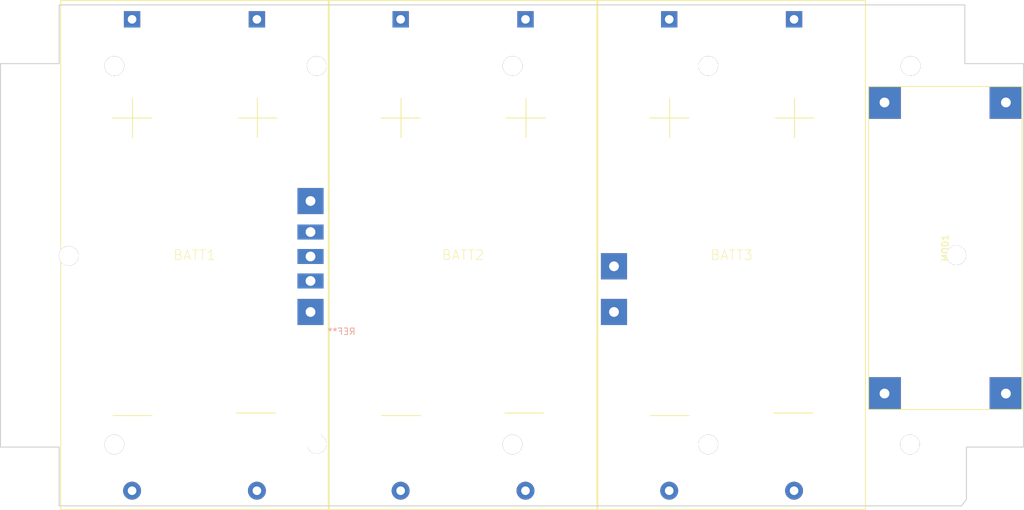
<source format=kicad_pcb>
(kicad_pcb (version 20171130) (host pcbnew "(5.0.2)-1")

  (general
    (thickness 1.6)
    (drawings 68)
    (tracks 0)
    (zones 0)
    (modules 17)
    (nets 9)
  )

  (page A4)
  (title_block
    (title CotsBatt)
    (date 2019-03-14)
    (rev V1)
    (company "Roman Dasovic")
  )

  (layers
    (0 F.Cu signal)
    (31 B.Cu signal)
    (32 B.Adhes user)
    (33 F.Adhes user)
    (34 B.Paste user)
    (35 F.Paste user)
    (36 B.SilkS user hide)
    (37 F.SilkS user hide)
    (38 B.Mask user)
    (39 F.Mask user)
    (40 Dwgs.User user)
    (41 Cmts.User user)
    (42 Eco1.User user)
    (43 Eco2.User user)
    (44 Edge.Cuts user)
    (45 Margin user hide)
    (46 B.CrtYd user hide)
    (47 F.CrtYd user hide)
    (48 B.Fab user)
    (49 F.Fab user)
  )

  (setup
    (last_trace_width 0.1524)
    (user_trace_width 0.1524)
    (user_trace_width 0.2032)
    (user_trace_width 0.254)
    (user_trace_width 0.381)
    (user_trace_width 0.508)
    (user_trace_width 0.762)
    (user_trace_width 1.143)
    (user_trace_width 1.651)
    (trace_clearance 0.1524)
    (zone_clearance 0.2032)
    (zone_45_only no)
    (trace_min 0.1524)
    (segment_width 0.2)
    (edge_width 0.15)
    (via_size 0.635)
    (via_drill 0.3048)
    (via_min_size 0.5588)
    (via_min_drill 0.3048)
    (user_via 0.5588 0.3048)
    (user_via 0.889 0.4572)
    (uvia_size 0.635)
    (uvia_drill 0.3048)
    (uvias_allowed no)
    (uvia_min_size 0.2)
    (uvia_min_drill 0.1)
    (pcb_text_width 0.3)
    (pcb_text_size 1.5 1.5)
    (mod_edge_width 0.15)
    (mod_text_size 1 1)
    (mod_text_width 0.15)
    (pad_size 2.2 1.6)
    (pad_drill 1)
    (pad_to_mask_clearance 0)
    (solder_mask_min_width 0.1016)
    (aux_axis_origin 0 0)
    (visible_elements 7FFFF77F)
    (pcbplotparams
      (layerselection 0x310f0_ffffffff)
      (usegerberextensions true)
      (usegerberattributes false)
      (usegerberadvancedattributes false)
      (creategerberjobfile false)
      (excludeedgelayer true)
      (linewidth 0.150000)
      (plotframeref false)
      (viasonmask false)
      (mode 1)
      (useauxorigin false)
      (hpglpennumber 1)
      (hpglpenspeed 20)
      (hpglpendiameter 15.000000)
      (psnegative false)
      (psa4output false)
      (plotreference true)
      (plotvalue true)
      (plotinvisibletext false)
      (padsonsilk false)
      (subtractmaskfromsilk false)
      (outputformat 4)
      (mirror false)
      (drillshape 0)
      (scaleselection 1)
      (outputdirectory "PrintTest14Mar2019"))
  )

  (net 0 "")
  (net 1 GND1)
  (net 2 "Net-(MOD1-Pad3)")
  (net 3 "Net-(MOD1-Pad2)")
  (net 4 "Net-(MOD1-Pad1)")
  (net 5 "Net-(MOD1-Pad4)")
  (net 6 "Net-(BATT1-Pad1)")
  (net 7 "Net-(BATT1-Pad2)")
  (net 8 "Net-(BATT2-Pad2)")

  (net_class Default "This is the default net class."
    (clearance 0.1524)
    (trace_width 0.1524)
    (via_dia 0.635)
    (via_drill 0.3048)
    (uvia_dia 0.635)
    (uvia_drill 0.3048)
    (diff_pair_gap 0.2032)
    (diff_pair_width 0.1524)
    (add_net GND1)
    (add_net "Net-(BATT1-Pad1)")
    (add_net "Net-(BATT1-Pad2)")
    (add_net "Net-(BATT2-Pad2)")
    (add_net "Net-(MOD1-Pad1)")
    (add_net "Net-(MOD1-Pad2)")
    (add_net "Net-(MOD1-Pad3)")
    (add_net "Net-(MOD1-Pad4)")
  )

  (module Modulez:Module_AliExpress_LM2596HVS (layer F.Cu) (tedit 5C8AE196) (tstamp 5C8B16FC)
    (at 194 102.5 270)
    (path /5C8C07EE)
    (fp_text reference MOD1 (at 0 0 270) (layer F.SilkS)
      (effects (font (size 1 1) (thickness 0.15)))
    )
    (fp_text value Module_AliExpress_LM2596HVS (at 0 -0.5 270) (layer F.Fab) hide
      (effects (font (size 0.3 0.3) (thickness 0.075)))
    )
    (fp_line (start -24.75 11.75) (end 24.75 11.75) (layer F.Fab) (width 0.15))
    (fp_text user %R (at 0 0 270) (layer F.Fab)
      (effects (font (size 1 1) (thickness 0.15)))
    )
    (fp_line (start -24.75 -11.75) (end 24.75 -11.75) (layer F.Fab) (width 0.15))
    (fp_line (start 24.75 -11.75) (end 24.75 11.75) (layer F.Fab) (width 0.15))
    (fp_line (start -24.75 -11.75) (end -24.75 11.75) (layer F.Fab) (width 0.15))
    (fp_line (start -24.75 11.75) (end 24.75 11.75) (layer F.SilkS) (width 0.15))
    (fp_line (start -24.75 -11.75) (end -24.75 11.75) (layer F.SilkS) (width 0.15))
    (fp_line (start -24.75 -11.75) (end 24.75 -11.75) (layer F.SilkS) (width 0.15))
    (fp_line (start 24.75 -11.75) (end 24.75 11.75) (layer F.SilkS) (width 0.15))
    (fp_line (start 6.4 -6.6) (end 19.4 -6.6) (layer F.Fab) (width 0.15))
    (fp_line (start 6.4 -9.6) (end 19.4 -9.6) (layer F.Fab) (width 0.15))
    (fp_line (start 6.4 -6.6) (end 6.4 -9.6) (layer F.Fab) (width 0.15))
    (fp_line (start 19.4 -9.6) (end 19.4 -6.6) (layer F.Fab) (width 0.15))
    (fp_line (start 8.4 -6.6) (end 11.4 -9.6) (layer F.Fab) (width 0.15))
    (fp_line (start 10.4 -6.6) (end 13.4 -9.6) (layer F.Fab) (width 0.15))
    (fp_line (start 15.4 -9.6) (end 12.4 -6.6) (layer F.Fab) (width 0.15))
    (fp_line (start 17.4 -9.6) (end 14.4 -6.6) (layer F.Fab) (width 0.15))
    (fp_line (start 14.4 -6.6) (end 16.4 -6.6) (layer F.Fab) (width 0.15))
    (fp_line (start 16.4 -6.6) (end 19.4 -9.6) (layer F.Fab) (width 0.15))
    (fp_line (start 18.4 -6.6) (end 19.4 -7.6) (layer F.Fab) (width 0.15))
    (fp_line (start 6.4 -6.6) (end 9.4 -9.6) (layer F.Fab) (width 0.15))
    (fp_line (start 6.4 -8.6) (end 7.4 -9.6) (layer F.Fab) (width 0.15))
    (fp_line (start -14.2 -6.6) (end -1.2 -6.6) (layer F.Fab) (width 0.15))
    (fp_line (start -14.2 -9.6) (end -1.2 -9.6) (layer F.Fab) (width 0.15))
    (fp_line (start -14.2 -6.6) (end -14.2 -9.6) (layer F.Fab) (width 0.15))
    (fp_line (start -1.2 -9.6) (end -1.2 -6.6) (layer F.Fab) (width 0.15))
    (fp_line (start -12.2 -6.6) (end -9.2 -9.6) (layer F.Fab) (width 0.15))
    (fp_line (start -14.2 -8.6) (end -13.2 -9.6) (layer F.Fab) (width 0.15))
    (fp_line (start -3.2 -9.6) (end -6.2 -6.6) (layer F.Fab) (width 0.15))
    (fp_line (start -5.2 -9.6) (end -8.2 -6.6) (layer F.Fab) (width 0.15))
    (fp_line (start -6.2 -6.6) (end -4.2 -6.6) (layer F.Fab) (width 0.15))
    (fp_line (start -10.2 -6.6) (end -7.2 -9.6) (layer F.Fab) (width 0.15))
    (fp_line (start -4.2 -6.6) (end -1.2 -9.6) (layer F.Fab) (width 0.15))
    (fp_line (start -2.2 -6.6) (end -1.2 -7.6) (layer F.Fab) (width 0.15))
    (fp_line (start -14.2 -6.6) (end -11.2 -9.6) (layer F.Fab) (width 0.15))
    (fp_line (start 23.5 5.5) (end 21 5.5) (layer F.Fab) (width 0.15))
    (fp_line (start 21 5.5) (end 21 -1) (layer F.Fab) (width 0.15))
    (fp_line (start 21 -1) (end 23.5 -1) (layer F.Fab) (width 0.15))
    (fp_line (start 23.5 -1) (end 23.5 5.5) (layer F.Fab) (width 0.15))
    (fp_line (start 22.5 5.5) (end 23.5 4.5) (layer F.Fab) (width 0.15))
    (fp_line (start 21 5.5) (end 23.5 3) (layer F.Fab) (width 0.15))
    (fp_line (start 23.5 3) (end 23.5 1.5) (layer F.Fab) (width 0.15))
    (fp_line (start 23.5 1.5) (end 21 4) (layer F.Fab) (width 0.15))
    (fp_line (start 21 4) (end 21 2.5) (layer F.Fab) (width 0.15))
    (fp_line (start 21 2.5) (end 23.5 0) (layer F.Fab) (width 0.15))
    (fp_line (start 23 -1) (end 21 1) (layer F.Fab) (width 0.15))
    (fp_line (start 21 -0.5) (end 21.5 -1) (layer F.Fab) (width 0.15))
    (fp_line (start -4.5 -5) (end -4.5 2.5) (layer F.Fab) (width 0.15))
    (fp_line (start -4.5 2.5) (end -4.5 3) (layer F.Fab) (width 0.15))
    (fp_line (start -4.5 3) (end -12.5 3) (layer F.Fab) (width 0.15))
    (fp_line (start -12.5 3) (end -12.5 -5) (layer F.Fab) (width 0.15))
    (fp_line (start -12.5 -5) (end -4.5 -5) (layer F.Fab) (width 0.15))
    (fp_text user THERM (at -8.5 -1 315) (layer F.Fab)
      (effects (font (size 1 1) (thickness 0.15)))
    )
    (pad 3 thru_hole rect (at 22.3 9.3 270) (size 5 5) (drill 1.5) (layers *.Cu *.Mask)
      (net 2 "Net-(MOD1-Pad3)"))
    (pad 2 thru_hole rect (at -22.3 9.3 270) (size 5 5) (drill 1.5) (layers *.Cu *.Mask)
      (net 3 "Net-(MOD1-Pad2)"))
    (pad 1 thru_hole rect (at -22.3 -9.3 270) (size 5 5) (drill 1.5) (layers *.Cu *.Mask)
      (net 4 "Net-(MOD1-Pad1)"))
    (pad 4 thru_hole rect (at 22.3 -9.3 270) (size 5 5) (drill 1.5) (layers *.Cu *.Mask)
      (net 5 "Net-(MOD1-Pad4)"))
  )

  (module Modulez:Module_BMS_Balancing_3s_AliExpress_BMS-3S0404LI502 (layer B.Cu) (tedit 5C8AE8FA) (tstamp 5C8B2086)
    (at 120 103.8)
    (fp_text reference REF** (at -18.5 11.5) (layer B.SilkS)
      (effects (font (size 1 1) (thickness 0.15)) (justify mirror))
    )
    (fp_text value Module_BMS_Balancing_3s_AliExpress_BMS-3S0404LI502 (at 0 0.5) (layer B.Fab) hide
      (effects (font (size 0.3 0.3) (thickness 0.075)) (justify mirror))
    )
    (fp_line (start 3 -10.5) (end 5.5 -8) (layer B.Fab) (width 0.15))
    (fp_line (start 5.5 -5) (end 0 -10.5) (layer B.Fab) (width 0.15))
    (fp_line (start -3 -10.5) (end 5.5 -2) (layer B.Fab) (width 0.15))
    (fp_line (start -4.5 -9) (end 4 -0.5) (layer B.Fab) (width 0.15))
    (fp_line (start -4.5 -6) (end 1 -0.5) (layer B.Fab) (width 0.15))
    (fp_line (start -4.5 -5.5) (end -4.5 -6) (layer B.Fab) (width 0.15))
    (fp_line (start -2 -0.5) (end 1 -0.5) (layer B.Fab) (width 0.15))
    (fp_line (start -4.5 -3) (end -2 -0.5) (layer B.Fab) (width 0.15))
    (fp_line (start -4.5 -0.5) (end 5.5 -0.5) (layer B.Fab) (width 0.15))
    (fp_line (start -4.5 -0.5) (end -4.5 -10.5) (layer B.Fab) (width 0.15))
    (fp_line (start 5.5 -0.5) (end 5.5 -10.5) (layer B.Fab) (width 0.15))
    (fp_text user %R (at 0 0.5) (layer B.Fab)
      (effects (font (size 1 1) (thickness 0.15)) (justify mirror))
    )
    (fp_line (start -25.5 10.5) (end 25.5 10.5) (layer B.Fab) (width 0.15))
    (fp_line (start -25.5 -10.5) (end 25.5 -10.5) (layer B.Fab) (width 0.15))
    (fp_line (start -25.5 10.5) (end -25.5 -10.5) (layer B.Fab) (width 0.15))
    (fp_line (start 25.5 10.5) (end 25.5 -10.5) (layer B.Fab) (width 0.15))
    (pad 6 thru_hole rect (at 23.25 1.5) (size 4 4) (drill 1.5) (layers *.Cu *.Mask))
    (pad 7 thru_hole rect (at 23.25 8.5) (size 4 4) (drill 1.5) (layers *.Cu *.Mask))
    (pad 4 thru_hole rect (at -23.25 -3.75) (size 4 2.3) (drill 1.5) (layers *.Cu *.Mask))
    (pad 3 thru_hole rect (at -23.25 0) (size 4 2.3) (drill 1.5) (layers *.Cu *.Mask))
    (pad 2 thru_hole rect (at -23.25 3.75) (size 4 2.3) (drill 1.5) (layers *.Cu *.Mask))
    (pad 5 thru_hole rect (at -23.25 -8.5) (size 4 4) (drill 1.5) (layers *.Cu *.Mask))
    (pad 1 thru_hole rect (at -23.25 8.5) (size 4 4) (drill 1.5) (layers *.Cu *.Mask))
  )

  (module NPTH_3mm (layer F.Cu) (tedit 5C8AEE47) (tstamp 5C8B65B3)
    (at 59.7 103.7)
    (path /5C8C66A0)
    (fp_text reference P1 (at 0 0) (layer F.SilkS) hide
      (effects (font (size 0.127 0.127) (thickness 0.03175)))
    )
    (fp_text value PAD (at 0 0) (layer F.Fab) hide
      (effects (font (size 0.127 0.127) (thickness 0.03175)))
    )
    (pad "" thru_hole circle (at 0 0) (size 3 3) (drill 3) (layers *.Cu *.Mask))
  )

  (module NPTH_3mm (layer F.Cu) (tedit 5C8AEE47) (tstamp 5C8B6518)
    (at 66.7 74.6)
    (path /5C8C5846)
    (fp_text reference P2 (at 0 0) (layer F.SilkS) hide
      (effects (font (size 0.127 0.127) (thickness 0.03175)))
    )
    (fp_text value PAD (at 0 0) (layer F.Fab) hide
      (effects (font (size 0.127 0.127) (thickness 0.03175)))
    )
    (pad "" thru_hole circle (at 0 0) (size 3 3) (drill 3) (layers *.Cu *.Mask))
  )

  (module NPTH_3mm (layer F.Cu) (tedit 5C8AEE47) (tstamp 5C8B651D)
    (at 66.7 132.6)
    (path /5C8C5856)
    (fp_text reference P3 (at 0 0) (layer F.SilkS) hide
      (effects (font (size 0.127 0.127) (thickness 0.03175)))
    )
    (fp_text value PAD (at 0 0) (layer F.Fab) hide
      (effects (font (size 0.127 0.127) (thickness 0.03175)))
    )
    (pad "" thru_hole circle (at 0 0) (size 3 3) (drill 3) (layers *.Cu *.Mask))
  )

  (module NPTH_3mm (layer F.Cu) (tedit 5C8AEE47) (tstamp 5C8B6522)
    (at 97.7 74.6)
    (path /5C8C584E)
    (fp_text reference P4 (at 0 0) (layer F.SilkS) hide
      (effects (font (size 0.127 0.127) (thickness 0.03175)))
    )
    (fp_text value PAD (at 0 0) (layer F.Fab) hide
      (effects (font (size 0.127 0.127) (thickness 0.03175)))
    )
    (pad "" thru_hole circle (at 0 0) (size 3 3) (drill 3) (layers *.Cu *.Mask))
  )

  (module NPTH_3mm (layer F.Cu) (tedit 5C8AEE47) (tstamp 5C8B6527)
    (at 97.7 132.5)
    (path /5C8C585E)
    (fp_text reference P5 (at 0 0) (layer F.SilkS) hide
      (effects (font (size 0.127 0.127) (thickness 0.03175)))
    )
    (fp_text value PAD (at 0 0) (layer F.Fab) hide
      (effects (font (size 0.127 0.127) (thickness 0.03175)))
    )
    (pad "" thru_hole circle (at 0 0) (size 3 3) (drill 3) (layers *.Cu *.Mask))
  )

  (module NPTH_3mm (layer F.Cu) (tedit 5C8AEE47) (tstamp 5C8B652C)
    (at 127.7 74.6)
    (path /5C8C4D5F)
    (fp_text reference P6 (at 0 0) (layer F.SilkS) hide
      (effects (font (size 0.127 0.127) (thickness 0.03175)))
    )
    (fp_text value PAD (at 0 0) (layer F.Fab) hide
      (effects (font (size 0.127 0.127) (thickness 0.03175)))
    )
    (pad "" thru_hole circle (at 0 0) (size 3 3) (drill 3) (layers *.Cu *.Mask))
  )

  (module NPTH_3mm (layer F.Cu) (tedit 5C8AEE47) (tstamp 5C8B6531)
    (at 127.7 132.6)
    (path /5C8C553B)
    (fp_text reference P7 (at 0 0) (layer F.SilkS) hide
      (effects (font (size 0.127 0.127) (thickness 0.03175)))
    )
    (fp_text value PAD (at 0 0) (layer F.Fab) hide
      (effects (font (size 0.127 0.127) (thickness 0.03175)))
    )
    (pad "" thru_hole circle (at 0 0) (size 3 3) (drill 3) (layers *.Cu *.Mask))
  )

  (module NPTH_3mm (layer F.Cu) (tedit 5C8AEE47) (tstamp 5C8B6536)
    (at 157.7 74.6)
    (path /5C8C5276)
    (fp_text reference P8 (at 0 0) (layer F.SilkS) hide
      (effects (font (size 0.127 0.127) (thickness 0.03175)))
    )
    (fp_text value PAD (at 0 0) (layer F.Fab) hide
      (effects (font (size 0.127 0.127) (thickness 0.03175)))
    )
    (pad "" thru_hole circle (at 0 0) (size 3 3) (drill 3) (layers *.Cu *.Mask))
  )

  (module NPTH_3mm (layer F.Cu) (tedit 5C8AEE47) (tstamp 5C8B653B)
    (at 157.7 132.6)
    (path /5C8C5543)
    (fp_text reference P9 (at 0 0) (layer F.SilkS) hide
      (effects (font (size 0.127 0.127) (thickness 0.03175)))
    )
    (fp_text value PAD (at 0 0) (layer F.Fab) hide
      (effects (font (size 0.127 0.127) (thickness 0.03175)))
    )
    (pad "" thru_hole circle (at 0 0) (size 3 3) (drill 3) (layers *.Cu *.Mask))
  )

  (module NPTH_3mm (layer F.Cu) (tedit 5C8AEE47) (tstamp 5C8B6540)
    (at 188.7 74.6)
    (path /5C8C5B29)
    (fp_text reference P10 (at 0 0) (layer F.SilkS) hide
      (effects (font (size 0.127 0.127) (thickness 0.03175)))
    )
    (fp_text value PAD (at 0 0) (layer F.Fab) hide
      (effects (font (size 0.127 0.127) (thickness 0.03175)))
    )
    (pad "" thru_hole circle (at 0 0) (size 3 3) (drill 3) (layers *.Cu *.Mask))
  )

  (module NPTH_3mm (layer F.Cu) (tedit 5C8AEE47) (tstamp 5C8B6545)
    (at 188.6 132.6)
    (path /5C8C5DF3)
    (fp_text reference P11 (at 0 0) (layer F.SilkS) hide
      (effects (font (size 0.127 0.127) (thickness 0.03175)))
    )
    (fp_text value PAD (at 0 0) (layer F.Fab) hide
      (effects (font (size 0.127 0.127) (thickness 0.03175)))
    )
    (pad "" thru_hole circle (at 0 0) (size 3 3) (drill 3) (layers *.Cu *.Mask))
  )

  (module NPTH_3mm (layer F.Cu) (tedit 5C8AEE47) (tstamp 5C8B654A)
    (at 195.7 103.6)
    (path /5C8C63D2)
    (fp_text reference P12 (at 0 0) (layer F.SilkS) hide
      (effects (font (size 0.127 0.127) (thickness 0.03175)))
    )
    (fp_text value PAD (at 0 0) (layer F.Fab) hide
      (effects (font (size 0.127 0.127) (thickness 0.03175)))
    )
    (pad "" thru_hole circle (at 0 0) (size 3 3) (drill 3) (layers *.Cu *.Mask))
  )

  (module Batteriez:KEYSONE_1049_2x_18650_HOLDER (layer F.Cu) (tedit 5C8AF04C) (tstamp 5C8B6BA3)
    (at 78.975001 103.575001)
    (path /5C8C48E9)
    (fp_text reference BATT1 (at 0 0 180) (layer F.SilkS)
      (effects (font (size 1.5 1.5) (thickness 0.1)))
    )
    (fp_text value BatteryParallel_2 (at 0 1.5 180) (layer F.Fab) hide
      (effects (font (size 0.127 0.127) (thickness 0.03175)))
    )
    (fp_line (start -12.565 31.5) (end -6.565 31.5) (layer F.Fab) (width 0.15))
    (fp_line (start -12.565 -28.5) (end -6.565 -28.5) (layer F.Fab) (width 0.15))
    (fp_text user %R (at 0 0 180) (layer F.Fab)
      (effects (font (size 1 1) (thickness 0.1)))
    )
    (fp_line (start -20.5 -39) (end -20.5 39) (layer F.Fab) (width 0.15))
    (fp_line (start -20.5 39) (end 20.5 39) (layer F.Fab) (width 0.15))
    (fp_line (start -9.565 -31.5) (end -9.565 -25.5) (layer F.Fab) (width 0.15))
    (fp_line (start 9.565 -31.5) (end 9.565 -25.5) (layer F.Fab) (width 0.15))
    (fp_line (start 6.565 31.5) (end 12.565 31.5) (layer F.Fab) (width 0.15))
    (fp_line (start 6.565 -28.5) (end 12.565 -28.5) (layer F.Fab) (width 0.15))
    (fp_line (start 20.5 -39) (end 20.5 39) (layer F.Fab) (width 0.15))
    (fp_line (start -20.5 -39) (end 20.5 -39) (layer F.Fab) (width 0.15))
    (fp_line (start -20.5 39) (end 20.5 39) (layer F.SilkS) (width 0.15))
    (fp_line (start 20.5 39) (end 20.5 -39) (layer F.SilkS) (width 0.15))
    (fp_line (start 20.5 -39) (end -20.5 -39) (layer F.SilkS) (width 0.15))
    (fp_line (start -20.5 -39) (end -20.5 39) (layer F.SilkS) (width 0.15))
    (fp_line (start 9.565 -31.5) (end 9.565 -25.5) (layer F.Fab) (width 0.15))
    (fp_line (start 6.565 -28.5) (end 12.565 -28.5) (layer F.Fab) (width 0.15))
    (fp_line (start -12.565 -21) (end -6.565 -21) (layer F.SilkS) (width 0.15))
    (fp_line (start -9.5 -18) (end -9.5 -24) (layer F.SilkS) (width 0.15))
    (fp_line (start 6.635 -21) (end 12.635 -21) (layer F.SilkS) (width 0.15))
    (fp_line (start 9.635 -24) (end 9.635 -18) (layer F.SilkS) (width 0.15))
    (fp_line (start -12.5 24.6) (end -6.5 24.6) (layer F.SilkS) (width 0.15))
    (fp_line (start 6.4 24.2) (end 12.4 24.2) (layer F.SilkS) (width 0.15))
    (pad 1 thru_hole rect (at -9.565 -36.11) (size 2.5 2.5) (drill 1.32) (layers *.Cu *.Mask)
      (net 6 "Net-(BATT1-Pad1)"))
    (pad 2 thru_hole circle (at -9.565 36.11) (size 2.75 2.75) (drill 1.32) (layers *.Cu *.Mask)
      (net 7 "Net-(BATT1-Pad2)"))
    (pad 2 thru_hole circle (at 9.565 36.11) (size 2.75 2.75) (drill 1.32) (layers *.Cu *.Mask)
      (net 7 "Net-(BATT1-Pad2)"))
    (pad 1 thru_hole rect (at 9.565 -36.11) (size 2.5 2.5) (drill 1.32) (layers *.Cu *.Mask)
      (net 6 "Net-(BATT1-Pad1)"))
    (pad "" np_thru_hole circle (at 0 -27.6) (size 3.24 3.24) (drill 3.24) (layers *.Cu *.Mask))
    (pad "" np_thru_hole circle (at 0 27.6) (size 3.24 3.24) (drill 3.24) (layers *.Cu *.Mask))
    (pad "" np_thru_hole circle (at -17.5 -27.6) (size 3.55 3.55) (drill 3.55) (layers *.Cu *.Mask))
    (pad "" np_thru_hole circle (at 17.5 27.6) (size 3.55 3.55) (drill 3.55) (layers *.Cu *.Mask))
    (pad "" np_thru_hole circle (at -17.5 36.11) (size 2.4 2.4) (drill 2.4) (layers *.Cu *.Mask))
  )

  (module Batteriez:KEYSONE_1049_2x_18650_HOLDER (layer F.Cu) (tedit 5C8AF04C) (tstamp 5C8B6BC7)
    (at 120.125001 103.575001)
    (path /5C8C3931)
    (fp_text reference BATT2 (at 0 0 180) (layer F.SilkS)
      (effects (font (size 1.5 1.5) (thickness 0.1)))
    )
    (fp_text value BatteryParallel_2 (at 0 1.5 180) (layer F.Fab) hide
      (effects (font (size 0.127 0.127) (thickness 0.03175)))
    )
    (fp_line (start -12.565 31.5) (end -6.565 31.5) (layer F.Fab) (width 0.15))
    (fp_line (start -12.565 -28.5) (end -6.565 -28.5) (layer F.Fab) (width 0.15))
    (fp_text user %R (at 0 0 180) (layer F.Fab)
      (effects (font (size 1 1) (thickness 0.1)))
    )
    (fp_line (start -20.5 -39) (end -20.5 39) (layer F.Fab) (width 0.15))
    (fp_line (start -20.5 39) (end 20.5 39) (layer F.Fab) (width 0.15))
    (fp_line (start -9.565 -31.5) (end -9.565 -25.5) (layer F.Fab) (width 0.15))
    (fp_line (start 9.565 -31.5) (end 9.565 -25.5) (layer F.Fab) (width 0.15))
    (fp_line (start 6.565 31.5) (end 12.565 31.5) (layer F.Fab) (width 0.15))
    (fp_line (start 6.565 -28.5) (end 12.565 -28.5) (layer F.Fab) (width 0.15))
    (fp_line (start 20.5 -39) (end 20.5 39) (layer F.Fab) (width 0.15))
    (fp_line (start -20.5 -39) (end 20.5 -39) (layer F.Fab) (width 0.15))
    (fp_line (start -20.5 39) (end 20.5 39) (layer F.SilkS) (width 0.15))
    (fp_line (start 20.5 39) (end 20.5 -39) (layer F.SilkS) (width 0.15))
    (fp_line (start 20.5 -39) (end -20.5 -39) (layer F.SilkS) (width 0.15))
    (fp_line (start -20.5 -39) (end -20.5 39) (layer F.SilkS) (width 0.15))
    (fp_line (start 9.565 -31.5) (end 9.565 -25.5) (layer F.Fab) (width 0.15))
    (fp_line (start 6.565 -28.5) (end 12.565 -28.5) (layer F.Fab) (width 0.15))
    (fp_line (start -12.565 -21) (end -6.565 -21) (layer F.SilkS) (width 0.15))
    (fp_line (start -9.5 -18) (end -9.5 -24) (layer F.SilkS) (width 0.15))
    (fp_line (start 6.635 -21) (end 12.635 -21) (layer F.SilkS) (width 0.15))
    (fp_line (start 9.635 -24) (end 9.635 -18) (layer F.SilkS) (width 0.15))
    (fp_line (start -12.5 24.6) (end -6.5 24.6) (layer F.SilkS) (width 0.15))
    (fp_line (start 6.4 24.2) (end 12.4 24.2) (layer F.SilkS) (width 0.15))
    (pad 1 thru_hole rect (at -9.565 -36.11) (size 2.5 2.5) (drill 1.32) (layers *.Cu *.Mask)
      (net 7 "Net-(BATT1-Pad2)"))
    (pad 2 thru_hole circle (at -9.565 36.11) (size 2.75 2.75) (drill 1.32) (layers *.Cu *.Mask)
      (net 8 "Net-(BATT2-Pad2)"))
    (pad 2 thru_hole circle (at 9.565 36.11) (size 2.75 2.75) (drill 1.32) (layers *.Cu *.Mask)
      (net 8 "Net-(BATT2-Pad2)"))
    (pad 1 thru_hole rect (at 9.565 -36.11) (size 2.5 2.5) (drill 1.32) (layers *.Cu *.Mask)
      (net 7 "Net-(BATT1-Pad2)"))
    (pad "" np_thru_hole circle (at 0 -27.6) (size 3.24 3.24) (drill 3.24) (layers *.Cu *.Mask))
    (pad "" np_thru_hole circle (at 0 27.6) (size 3.24 3.24) (drill 3.24) (layers *.Cu *.Mask))
    (pad "" np_thru_hole circle (at -17.5 -27.6) (size 3.55 3.55) (drill 3.55) (layers *.Cu *.Mask))
    (pad "" np_thru_hole circle (at 17.5 27.6) (size 3.55 3.55) (drill 3.55) (layers *.Cu *.Mask))
    (pad "" np_thru_hole circle (at -17.5 36.11) (size 2.4 2.4) (drill 2.4) (layers *.Cu *.Mask))
  )

  (module Batteriez:KEYSONE_1049_2x_18650_HOLDER (layer F.Cu) (tedit 5C8AF04C) (tstamp 5C8B6BEB)
    (at 161.275001 103.575001)
    (path /5C8C45E3)
    (fp_text reference BATT3 (at 0 0 180) (layer F.SilkS)
      (effects (font (size 1.5 1.5) (thickness 0.1)))
    )
    (fp_text value BatteryParallel_2 (at 0 1.5 180) (layer F.Fab) hide
      (effects (font (size 0.127 0.127) (thickness 0.03175)))
    )
    (fp_line (start 6.4 24.2) (end 12.4 24.2) (layer F.SilkS) (width 0.15))
    (fp_line (start -12.5 24.6) (end -6.5 24.6) (layer F.SilkS) (width 0.15))
    (fp_line (start 9.635 -24) (end 9.635 -18) (layer F.SilkS) (width 0.15))
    (fp_line (start 6.635 -21) (end 12.635 -21) (layer F.SilkS) (width 0.15))
    (fp_line (start -9.5 -18) (end -9.5 -24) (layer F.SilkS) (width 0.15))
    (fp_line (start -12.565 -21) (end -6.565 -21) (layer F.SilkS) (width 0.15))
    (fp_line (start 6.565 -28.5) (end 12.565 -28.5) (layer F.Fab) (width 0.15))
    (fp_line (start 9.565 -31.5) (end 9.565 -25.5) (layer F.Fab) (width 0.15))
    (fp_line (start -20.5 -39) (end -20.5 39) (layer F.SilkS) (width 0.15))
    (fp_line (start 20.5 -39) (end -20.5 -39) (layer F.SilkS) (width 0.15))
    (fp_line (start 20.5 39) (end 20.5 -39) (layer F.SilkS) (width 0.15))
    (fp_line (start -20.5 39) (end 20.5 39) (layer F.SilkS) (width 0.15))
    (fp_line (start -20.5 -39) (end 20.5 -39) (layer F.Fab) (width 0.15))
    (fp_line (start 20.5 -39) (end 20.5 39) (layer F.Fab) (width 0.15))
    (fp_line (start 6.565 -28.5) (end 12.565 -28.5) (layer F.Fab) (width 0.15))
    (fp_line (start 6.565 31.5) (end 12.565 31.5) (layer F.Fab) (width 0.15))
    (fp_line (start 9.565 -31.5) (end 9.565 -25.5) (layer F.Fab) (width 0.15))
    (fp_line (start -9.565 -31.5) (end -9.565 -25.5) (layer F.Fab) (width 0.15))
    (fp_line (start -20.5 39) (end 20.5 39) (layer F.Fab) (width 0.15))
    (fp_line (start -20.5 -39) (end -20.5 39) (layer F.Fab) (width 0.15))
    (fp_text user %R (at 0 0 180) (layer F.Fab)
      (effects (font (size 1 1) (thickness 0.1)))
    )
    (fp_line (start -12.565 -28.5) (end -6.565 -28.5) (layer F.Fab) (width 0.15))
    (fp_line (start -12.565 31.5) (end -6.565 31.5) (layer F.Fab) (width 0.15))
    (pad "" np_thru_hole circle (at -17.5 36.11) (size 2.4 2.4) (drill 2.4) (layers *.Cu *.Mask))
    (pad "" np_thru_hole circle (at 17.5 27.6) (size 3.55 3.55) (drill 3.55) (layers *.Cu *.Mask))
    (pad "" np_thru_hole circle (at -17.5 -27.6) (size 3.55 3.55) (drill 3.55) (layers *.Cu *.Mask))
    (pad "" np_thru_hole circle (at 0 27.6) (size 3.24 3.24) (drill 3.24) (layers *.Cu *.Mask))
    (pad "" np_thru_hole circle (at 0 -27.6) (size 3.24 3.24) (drill 3.24) (layers *.Cu *.Mask))
    (pad 1 thru_hole rect (at 9.565 -36.11) (size 2.5 2.5) (drill 1.32) (layers *.Cu *.Mask)
      (net 8 "Net-(BATT2-Pad2)"))
    (pad 2 thru_hole circle (at 9.565 36.11) (size 2.75 2.75) (drill 1.32) (layers *.Cu *.Mask)
      (net 1 GND1))
    (pad 2 thru_hole circle (at -9.565 36.11) (size 2.75 2.75) (drill 1.32) (layers *.Cu *.Mask)
      (net 1 GND1))
    (pad 1 thru_hole rect (at -9.565 -36.11) (size 2.5 2.5) (drill 1.32) (layers *.Cu *.Mask)
      (net 8 "Net-(BATT2-Pad2)"))
  )

  (gr_line (start 58.25 142) (end 196.5 142) (layer Edge.Cuts) (width 0.15))
  (gr_line (start 58.25 133) (end 58.25 142) (layer Edge.Cuts) (width 0.15))
  (gr_line (start 49.25 133) (end 58.25 133) (layer Edge.Cuts) (width 0.15))
  (gr_line (start 49.25 74.25) (end 49.25 133) (layer Edge.Cuts) (width 0.15))
  (gr_line (start 58.25 74.25) (end 49.25 74.25) (layer Edge.Cuts) (width 0.15))
  (gr_line (start 58.25 65.25) (end 58.25 74.25) (layer Edge.Cuts) (width 0.15))
  (gr_line (start 197 65.25) (end 58.25 65.25) (layer Edge.Cuts) (width 0.15))
  (gr_line (start 197 74.25) (end 197 65.25) (layer Edge.Cuts) (width 0.15))
  (gr_line (start 197.25 74.25) (end 197 74.25) (layer Edge.Cuts) (width 0.15))
  (gr_line (start 206 74.25) (end 197.25 74.25) (layer Edge.Cuts) (width 0.15))
  (gr_line (start 206 133) (end 206 74.25) (layer Edge.Cuts) (width 0.15))
  (gr_line (start 197.25 133) (end 206 133) (layer Edge.Cuts) (width 0.15))
  (gr_line (start 197.25 137.25) (end 197.25 133) (layer Edge.Cuts) (width 0.15))
  (gr_line (start 197.25 141) (end 197.25 137.25) (layer Edge.Cuts) (width 0.15))
  (gr_line (start 196.5 142) (end 197.25 141) (layer Edge.Cuts) (width 0.15))
  (gr_line (start 92.247597 74.603175) (end 103.097597 74.603175) (layer Margin) (width 0.2))
  (gr_line (start 72.097597 74.603175) (end 61.247597 74.603175) (layer Margin) (width 0.2))
  (gr_arc (start 50.172597 132.103175) (end 49.318587 132.103175) (angle -90) (layer Margin) (width 0.2))
  (gr_arc (start 50.172597 75.103175) (end 50.172597 74.249165) (angle -90) (layer Margin) (width 0.2))
  (gr_arc (start 59.172597 66.103175) (end 58.79761 65.249165) (angle -66.29423393) (layer Margin) (width 0.2))
  (gr_line (start 92.247597 132.603175) (end 103.097597 132.603175) (layer Margin) (width 0.2))
  (gr_line (start 133.097597 132.603175) (end 122.247597 132.603175) (layer Margin) (width 0.2))
  (gr_line (start 133.097597 74.603175) (end 122.247597 74.603175) (layer Margin) (width 0.2))
  (gr_line (start 152.247597 74.603175) (end 163.097597 74.603175) (layer Margin) (width 0.2))
  (gr_line (start 152.247597 132.603175) (end 163.097597 132.603175) (layer Margin) (width 0.2))
  (gr_line (start 194.097597 132.603175) (end 183.247597 132.603175) (layer Margin) (width 0.2))
  (gr_line (start 194.097597 74.603175) (end 183.247597 74.603175) (layer Margin) (width 0.2))
  (gr_line (start 195.672597 98.178175) (end 195.672597 109.028175) (layer Margin) (width 0.2))
  (gr_line (start 66.672597 69.178175) (end 66.672597 80.028175) (layer Margin) (width 0.2))
  (gr_line (start 49.318587 132.103175) (end 49.318587 75.103175) (layer Margin) (width 0.2))
  (gr_line (start 58.239886 69.999716) (end 58.239886 66.103175) (layer Margin) (width 0.2))
  (gr_line (start 188.672597 69.178175) (end 188.672597 80.028175) (layer Margin) (width 0.2))
  (gr_arc (start 53.172597 69.103175) (end 53.172597 74.249165) (angle -79.96665174) (layer Margin) (width 0.2))
  (gr_line (start 59.672597 98.178175) (end 59.672597 109.028175) (layer Margin) (width 0.2))
  (gr_line (start 72.097597 132.603175) (end 61.247597 132.603175) (layer Margin) (width 0.2))
  (gr_line (start 188.672597 138.028175) (end 188.672597 127.178175) (layer Margin) (width 0.2))
  (gr_arc (start 196.172597 66.103175) (end 197.105307 66.103175) (angle -66.29423393) (layer Margin) (width 0.2))
  (gr_line (start 50.172597 74.249165) (end 53.172597 74.249165) (layer Margin) (width 0.2))
  (gr_line (start 58.79761 65.249165) (end 196.547584 65.249165) (layer Margin) (width 0.2))
  (gr_circle (center 66.672597 132.603175) (end 68.922597 132.603175) (layer Margin) (width 0.2))
  (gr_arc (start 205.172597 132.103175) (end 205.172597 132.957185) (angle -90) (layer Margin) (width 0.2))
  (gr_line (start 202.172597 74.249165) (end 205.172597 74.249165) (layer Margin) (width 0.2))
  (gr_line (start 206.026607 75.103175) (end 206.026607 132.103175) (layer Margin) (width 0.2))
  (gr_line (start 197.105307 66.103175) (end 197.105307 69.999716) (layer Margin) (width 0.2))
  (gr_circle (center 188.672597 132.603175) (end 190.922597 132.603175) (layer Margin) (width 0.2))
  (gr_circle (center 97.672597 74.603175) (end 99.922597 74.603175) (layer Margin) (width 0.2))
  (gr_circle (center 188.672597 74.603175) (end 190.922597 74.603175) (layer Margin) (width 0.2))
  (gr_circle (center 59.672597 103.603175) (end 61.922597 103.603175) (layer Margin) (width 0.2))
  (gr_circle (center 66.672597 74.603175) (end 68.922597 74.603175) (layer Margin) (width 0.2))
  (gr_circle (center 127.672597 74.603175) (end 129.922597 74.603175) (layer Margin) (width 0.2))
  (gr_circle (center 97.672597 132.603175) (end 99.922597 132.603175) (layer Margin) (width 0.2))
  (gr_line (start 53.172597 132.957185) (end 50.172597 132.957185) (layer Margin) (width 0.2))
  (gr_arc (start 53.172597 138.103175) (end 58.239886 137.206634) (angle -79.96665174) (layer Margin) (width 0.2))
  (gr_circle (center 127.672597 132.603175) (end 129.922597 132.603175) (layer Margin) (width 0.2))
  (gr_line (start 58.239886 141.103175) (end 58.239886 137.206634) (layer Margin) (width 0.2))
  (gr_arc (start 59.172597 141.103175) (end 58.239886 141.103175) (angle -66.29423393) (layer Margin) (width 0.2))
  (gr_line (start 205.172597 132.957185) (end 202.172597 132.957185) (layer Margin) (width 0.2))
  (gr_arc (start 202.172597 69.103175) (end 197.105307 69.999716) (angle -79.96665174) (layer Margin) (width 0.2))
  (gr_line (start 197.105307 137.206634) (end 197.105307 141.103175) (layer Margin) (width 0.2))
  (gr_circle (center 195.672597 103.603175) (end 197.922597 103.603175) (layer Margin) (width 0.2))
  (gr_line (start 196.547584 141.957185) (end 58.79761 141.957185) (layer Margin) (width 0.2))
  (gr_arc (start 196.172597 141.103175) (end 196.547584 141.957185) (angle -66.29423393) (layer Margin) (width 0.2))
  (gr_arc (start 202.172597 138.103175) (end 202.172597 132.957185) (angle -79.96665174) (layer Margin) (width 0.2))
  (gr_circle (center 157.672597 132.603175) (end 159.922597 132.603175) (layer Margin) (width 0.2))
  (gr_circle (center 157.672597 74.603175) (end 159.922597 74.603175) (layer Margin) (width 0.2))
  (gr_arc (start 205.172597 75.103175) (end 206.026607 75.103175) (angle -90) (layer Margin) (width 0.2))
  (gr_line (start 66.672597 132.693175) (end 66.672597 132.513175) (layer Margin) (width 0.2))
  (gr_line (start 66.582597 132.603175) (end 66.762597 132.603175) (layer Margin) (width 0.2))

)

</source>
